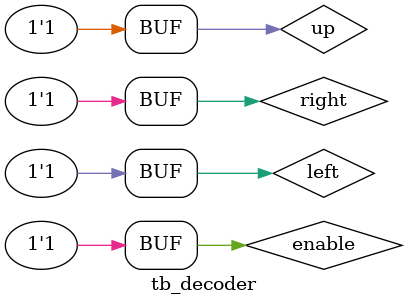
<source format=v>
module tb_decoder;

reg up, left, right, enable;
wire combo0, combo1, combo2, combo3, combo4, combo5, combo6, combo7;

// Instantiate module under test here

decoder uut( .up(up), .left(left), .right(right), .enable(enable),
.combo0(combo0),.combo1(combo1),.combo2(combo2),.combo3(combo3),
.combo4(combo4),.combo5(combo5),.combo6(combo6),.combo7(combo7)
);

initial begin
// Insert testcases here
up = 0; left = 0; right = 0; enable = 0;
#10
up = 0; left = 0; right = 0; enable = 1;
#10
up = 0; left = 0; right = 1; enable = 0;
#10
up = 0; left = 0; right = 1; enable = 1;
#10
up = 0; left = 1; right = 0; enable = 0;
#10
up = 0; left = 1; right = 0; enable = 1;
#10
up = 0; left = 1; right = 1; enable = 0;
#10
up = 0; left = 1; right = 1; enable = 1;
#10
up = 1; left = 0; right = 0; enable = 0;
#10
up = 1; left = 0; right = 0; enable = 1;
#10
up = 1; left = 0; right = 1; enable = 0;
#10
up = 1; left = 0; right = 1; enable = 1;
#10
up = 1; left = 1; right = 0; enable = 0;
#10
up = 1; left = 1; right = 0; enable = 1;
#10
up = 1; left = 1; right = 1; enable = 0;
#10
up = 1; left = 1; right = 1; enable = 1;

end

endmodule
</source>
